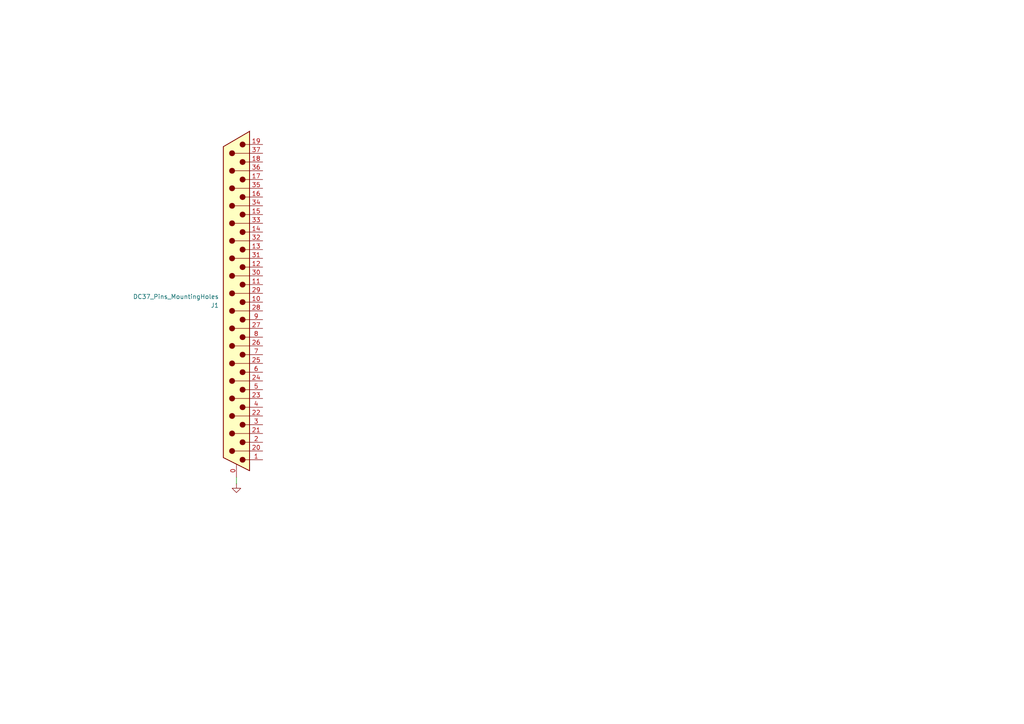
<source format=kicad_sch>
(kicad_sch (version 20250114) (generator "eeschema") (generator_version "9.0")
  (paper "A4")
  (lib_symbols
    (symbol "Connector:DC37_Pins_MountingHoles" (pin_names (offset 1.016) (hide yes))
      (property "Reference" "J" (at 0 52.705 0))
      (property "Value" "DC37_Pins_MountingHoles" (at 0 50.8 0))
      (symbol "DC37_Pins_MountingHoles_0_1"
        (polyline (pts (xy -3.81 49.53) (xy 3.81 45.085) (xy 3.81 -45.085) (xy -3.81 -48.895) (xy -3.81 49.53)) (stroke (width 0.254)) (fill (type background)))
        (polyline (pts (xy -3.81 45.72) (xy -2.54 45.72)))
        (polyline (pts (xy -3.81 43.18) (xy 0.508 43.18)))
        (polyline (pts (xy -3.81 40.64) (xy -2.54 40.64)))
        (polyline (pts (xy -3.81 38.1) (xy 0.508 38.1)))
        (polyline (pts (xy -3.81 35.56) (xy -2.54 35.56)))
        (polyline (pts (xy -3.81 33.02) (xy 0.508 33.02)))
        (polyline (pts (xy -3.81 30.48) (xy -2.54 30.48)))
        (polyline (pts (xy -3.81 27.94) (xy 0.508 27.94)))
        (polyline (pts (xy -3.81 25.4) (xy -2.54 25.4)))
        (polyline (pts (xy -3.81 22.86) (xy 0.508 22.86)))
        (polyline (pts (xy -3.81 20.32) (xy -2.54 20.32)))
        (polyline (pts (xy -3.81 17.78) (xy 0.508 17.78)))
        (polyline (pts (xy -3.81 15.24) (xy -2.54 15.24)))
        (polyline (pts (xy -3.81 12.7) (xy 0.508 12.7)))
        (polyline (pts (xy -3.81 10.16) (xy -2.54 10.16)))
        (polyline (pts (xy -3.81 7.62) (xy 0.508 7.62)))
        (polyline (pts (xy -3.81 5.08) (xy -2.54 5.08)))
        (polyline (pts (xy -3.81 2.54) (xy 0.508 2.54)))
        (polyline (pts (xy -3.81 0) (xy -2.54 0)))
        (polyline (pts (xy -3.81 -2.54) (xy 0.508 -2.54)))
        (polyline (pts (xy -3.81 -5.08) (xy -2.54 -5.08)))
        (polyline (pts (xy -3.81 -7.62) (xy 0.508 -7.62)))
        (polyline (pts (xy -3.81 -10.16) (xy -2.54 -10.16)))
        (polyline (pts (xy -3.81 -12.7) (xy 0.508 -12.7)))
        (polyline (pts (xy -3.81 -15.24) (xy -2.54 -15.24)))
        (polyline (pts (xy -3.81 -17.78) (xy 0.508 -17.78)))
        (polyline (pts (xy -3.81 -20.32) (xy -2.54 -20.32)))
        (polyline (pts (xy -3.81 -22.86) (xy 0.508 -22.86)))
        (polyline (pts (xy -3.81 -25.4) (xy -2.54 -25.4)))
        (polyline (pts (xy -3.81 -27.94) (xy 0.508 -27.94)))
        (polyline (pts (xy -3.81 -30.48) (xy -2.54 -30.48)))
        (polyline (pts (xy -3.81 -33.02) (xy 0.508 -33.02)))
        (polyline (pts (xy -3.81 -35.56) (xy -2.54 -35.56)))
        (polyline (pts (xy -3.81 -38.1) (xy 0.508 -38.1)))
        (polyline (pts (xy -3.81 -40.64) (xy -2.54 -40.64)))
        (polyline (pts (xy -3.81 -43.18) (xy 0.508 -43.18)))
        (polyline (pts (xy -3.81 -45.72) (xy -2.54 -45.72)))
        (circle (center -1.778 45.72) (radius 0.762) (fill (type outline)))
        (circle (center -1.778 40.64) (radius 0.762) (fill (type outline)))
        (circle (center -1.778 35.56) (radius 0.762) (fill (type outline)))
        (circle (center -1.778 30.48) (radius 0.762) (fill (type outline)))
        (circle (center -1.778 25.4) (radius 0.762) (fill (type outline)))
        (circle (center -1.778 20.32) (radius 0.762) (fill (type outline)))
        (circle (center -1.778 15.24) (radius 0.762) (fill (type outline)))
        (circle (center -1.778 10.16) (radius 0.762) (fill (type outline)))
        (circle (center -1.778 5.08) (radius 0.762) (fill (type outline)))
        (circle (center -1.778 0) (radius 0.762) (fill (type outline)))
        (circle (center -1.778 -5.08) (radius 0.762) (fill (type outline)))
        (circle (center -1.778 -10.16) (radius 0.762) (fill (type outline)))
        (circle (center -1.778 -15.24) (radius 0.762) (fill (type outline)))
        (circle (center -1.778 -20.32) (radius 0.762) (fill (type outline)))
        (circle (center -1.778 -25.4) (radius 0.762) (fill (type outline)))
        (circle (center -1.778 -30.48) (radius 0.762) (fill (type outline)))
        (circle (center -1.778 -35.56) (radius 0.762) (fill (type outline)))
        (circle (center -1.778 -40.64) (radius 0.762) (fill (type outline)))
        (circle (center -1.778 -45.72) (radius 0.762) (fill (type outline)))
        (circle (center 1.27 43.18) (radius 0.762) (fill (type outline)))
        (circle (center 1.27 38.1) (radius 0.762) (fill (type outline)))
        (circle (center 1.27 33.02) (radius 0.762) (fill (type outline)))
        (circle (center 1.27 27.94) (radius 0.762) (fill (type outline)))
        (circle (center 1.27 22.86) (radius 0.762) (fill (type outline)))
        (circle (center 1.27 17.78) (radius 0.762) (fill (type outline)))
        (circle (center 1.27 12.7) (radius 0.762) (fill (type outline)))
        (circle (center 1.27 7.62) (radius 0.762) (fill (type outline)))
        (circle (center 1.27 2.54) (radius 0.762) (fill (type outline)))
        (circle (center 1.27 -2.54) (radius 0.762) (fill (type outline)))
        (circle (center 1.27 -7.62) (radius 0.762) (fill (type outline)))
        (circle (center 1.27 -12.7) (radius 0.762) (fill (type outline)))
        (circle (center 1.27 -17.78) (radius 0.762) (fill (type outline)))
        (circle (center 1.27 -22.86) (radius 0.762) (fill (type outline)))
        (circle (center 1.27 -27.94) (radius 0.762) (fill (type outline)))
        (circle (center 1.27 -33.02) (radius 0.762) (fill (type outline)))
        (circle (center 1.27 -38.1) (radius 0.762) (fill (type outline)))
        (circle (center 1.27 -43.18) (radius 0.762) (fill (type outline)))
      )
      (symbol "DC37_Pins_MountingHoles_1_1"
        (pin passive line (at -7.62 45.72 0) (length 3.81) (name "19") (number "19"))
        (pin passive line (at -7.62 43.18 0) (length 3.81) (name "37") (number "37"))
        (pin passive line (at -7.62 40.64 0) (length 3.81) (name "18") (number "18"))
        (pin passive line (at -7.62 38.1 0) (length 3.81) (name "36") (number "36"))
        (pin passive line (at -7.62 35.56 0) (length 3.81) (name "17") (number "17"))
        (pin passive line (at -7.62 33.02 0) (length 3.81) (name "35") (number "35"))
        (pin passive line (at -7.62 30.48 0) (length 3.81) (name "16") (number "16"))
        (pin passive line (at -7.62 27.94 0) (length 3.81) (name "34") (number "34"))
        (pin passive line (at -7.62 25.4 0) (length 3.81) (name "15") (number "15"))
        (pin passive line (at -7.62 22.86 0) (length 3.81) (name "33") (number "33"))
        (pin passive line (at -7.62 20.32 0) (length 3.81) (name "14") (number "14"))
        (pin passive line (at -7.62 17.78 0) (length 3.81) (name "32") (number "32"))
        (pin passive line (at -7.62 15.24 0) (length 3.81) (name "13") (number "13"))
        (pin passive line (at -7.62 12.7 0) (length 3.81) (name "31") (number "31"))
        (pin passive line (at -7.62 10.16 0) (length 3.81) (name "12") (number "12"))
        (pin passive line (at -7.62 7.62 0) (length 3.81) (name "30") (number "30"))
        (pin passive line (at -7.62 5.08 0) (length 3.81) (name "11") (number "11"))
        (pin passive line (at -7.62 2.54 0) (length 3.81) (name "29") (number "29"))
        (pin passive line (at -7.62 0 0) (length 3.81) (name "10") (number "10"))
        (pin passive line (at -7.62 -2.54 0) (length 3.81) (name "28") (number "28"))
        (pin passive line (at -7.62 -5.08 0) (length 3.81) (name "9") (number "9"))
        (pin passive line (at -7.62 -7.62 0) (length 3.81) (name "27") (number "27"))
        (pin passive line (at -7.62 -10.16 0) (length 3.81) (name "8") (number "8"))
        (pin passive line (at -7.62 -12.7 0) (length 3.81) (name "26") (number "26"))
        (pin passive line (at -7.62 -15.24 0) (length 3.81) (name "7") (number "7"))
        (pin passive line (at -7.62 -17.78 0) (length 3.81) (name "25") (number "25"))
        (pin passive line (at -7.62 -20.32 0) (length 3.81) (name "6") (number "6"))
        (pin passive line (at -7.62 -22.86 0) (length 3.81) (name "24") (number "24"))
        (pin passive line (at -7.62 -25.4 0) (length 3.81) (name "5") (number "5"))
        (pin passive line (at -7.62 -27.94 0) (length 3.81) (name "23") (number "23"))
        (pin passive line (at -7.62 -30.48 0) (length 3.81) (name "4") (number "4"))
        (pin passive line (at -7.62 -33.02 0) (length 3.81) (name "22") (number "22"))
        (pin passive line (at -7.62 -35.56 0) (length 3.81) (name "3") (number "3"))
        (pin passive line (at -7.62 -38.1 0) (length 3.81) (name "21") (number "21"))
        (pin passive line (at -7.62 -40.64 0) (length 3.81) (name "2") (number "2"))
        (pin passive line (at -7.62 -43.18 0) (length 3.81) (name "20") (number "20"))
        (pin passive line (at -7.62 -45.72 0) (length 3.81) (name "1") (number "1"))
        (pin passive line (at 0 -50.8 90) (length 3.81) (name "PAD") (number "0"))
      )
    )
    (symbol "power:GND" (power) (pin_numbers (hide yes)) (pin_names (offset 0) (hide yes))
      (property "Value" "GND" (at 0 -3.81 0))
      (symbol "GND_0_1"
        (polyline (pts (xy 0 0) (xy 0 -1.27) (xy 1.27 -1.27) (xy 0 -2.54) (xy -1.27 -1.27) (xy 0 -1.27)))
      )
      (symbol "GND_1_1"
        (pin power_in line (at 0 0 270) (length 0) (name "~") (number "1"))
      )
    )
  )
  (wire (pts (xy 68.58 140.335) (xy 68.58 138.43)))
  (symbol (lib_id "power:GND") (at 68.58 140.335 0) (unit 1)
    (property "Reference" "#PWR01" (effects (hide yes)))
    (property "Value" "GND" (effects (hide yes)))
    (property "Description" "Power symbol creates a global label with name \"GND\" , ground" (effects (hide yes)))
  )
  (symbol (lib_id "Connector:DC37_Pins_MountingHoles") (at 68.58 87.63 0) (mirror y) (unit 1)
    (property "Reference" "J1" (at 63.5 88.5826 0) (effects (justify left)))
    (property "Value" "DC37_Pins_MountingHoles" (at 63.5 86.0426 0) (effects (justify left)))
    (property "Footprint" "Connector_Dsub:DSUB-37_Pins_Horizontal_P2.77x2.84mm_EdgePinOffset9.90mm_Housed_MountingHolesOffset11.32mm" (effects (hide yes)))
    (property "Description" "37-pin D-SUB connector, pins (male), Mounting Hole" (effects (hide yes)))
  )
)
</source>
